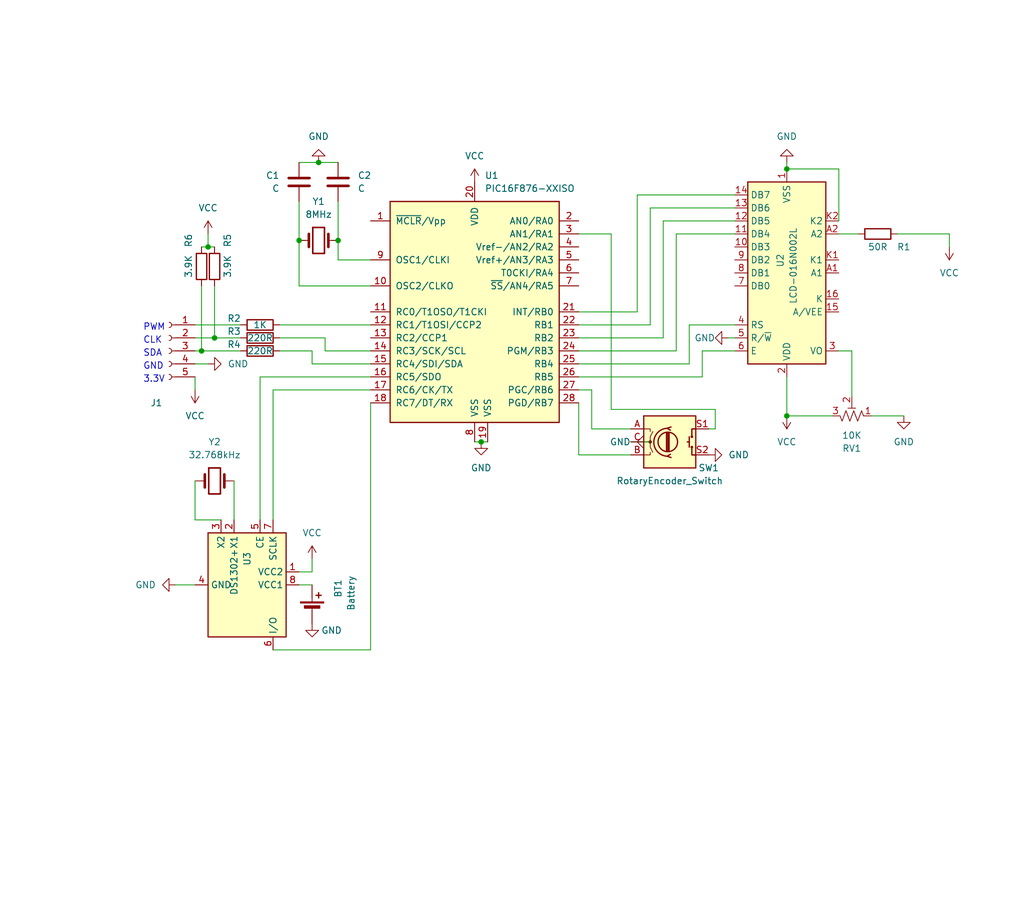
<source format=kicad_sch>
(kicad_sch (version 20230121) (generator eeschema)
  (paper "User" 200 180.01)
  (title_block (title "PIC16F876 QN8066 LCD16x2 ENCODER DS1302") (company "Ricardo Lima Caratti"))
  (lib_symbols
    (symbol "Connector:Conn_01x05_Socket" (pin_names (offset 1.016) hide)
      (property "Reference" "J" (at 0 7.62 0))
      (property "Value" "Conn_01x05_Socket" (at 0 -7.62 0))
      (symbol "Conn_01x05_Socket_1_1"
        (arc (start 0 -4.572) (mid -0.5058 -5.08) (end 0 -5.588) (stroke (width 0.1524)))
        (arc (start 0 -2.032) (mid -0.5058 -2.54) (end 0 -3.048) (stroke (width 0.1524)))
        (polyline (pts (xy -1.27 -5.08) (xy -0.508 -5.08)) (stroke (width 0.1524)))
        (polyline (pts (xy -1.27 -2.54) (xy -0.508 -2.54)) (stroke (width 0.1524)))
        (polyline (pts (xy -1.27 0) (xy -0.508 0)) (stroke (width 0.1524)))
        (polyline (pts (xy -1.27 2.54) (xy -0.508 2.54)) (stroke (width 0.1524)))
        (polyline (pts (xy -1.27 5.08) (xy -0.508 5.08)) (stroke (width 0.1524)))
        (arc (start 0 0.508) (mid -0.5058 0) (end 0 -0.508) (stroke (width 0.1524)))
        (arc (start 0 3.048) (mid -0.5058 2.54) (end 0 2.032) (stroke (width 0.1524)))
        (arc (start 0 5.588) (mid -0.5058 5.08) (end 0 4.572) (stroke (width 0.1524)))
        (pin passive line (at -5.08 5.08 0) (length 3.81) (name "Pin_1") (number "1"))
        (pin passive line (at -5.08 2.54 0) (length 3.81) (name "Pin_2") (number "2"))
        (pin passive line (at -5.08 0 0) (length 3.81) (name "Pin_3") (number "3"))
        (pin passive line (at -5.08 -2.54 0) (length 3.81) (name "Pin_4") (number "4"))
        (pin passive line (at -5.08 -5.08 0) (length 3.81) (name "Pin_5") (number "5"))
      )
    )
    (symbol "Device:Battery_Cell" (pin_numbers hide) (pin_names (offset 0) hide)
      (property "Reference" "BT" (at 2.54 2.54 0))
      (property "Value" "Battery_Cell" (at 2.54 0 0))
      (symbol "Battery_Cell_0_1"
        (rectangle (start -2.286 1.778) (end 2.286 1.524) (fill (type outline)))
        (rectangle (start -1.524 1.016) (end 1.524 0.508) (fill (type outline)))
        (polyline (pts (xy 0 0.762) (xy 0 0)))
        (polyline (pts (xy 0 1.778) (xy 0 2.54)))
        (polyline (pts (xy 0.762 3.048) (xy 1.778 3.048)) (stroke (width 0.254)))
        (polyline (pts (xy 1.27 3.556) (xy 1.27 2.54)) (stroke (width 0.254)))
      )
      (symbol "Battery_Cell_1_1"
        (pin passive line (at 0 5.08 270) (length 2.54) (name "+") (number "1"))
        (pin passive line (at 0 -2.54 90) (length 2.54) (name "-") (number "2"))
      )
    )
    (symbol "Device:C" (pin_numbers hide) (pin_names (offset 0.254))
      (property "Reference" "C" (at 0.635 2.54 0))
      (property "Value" "C" (at 0.635 -2.54 0))
      (symbol "C_0_1"
        (polyline (pts (xy -2.032 -0.762) (xy 2.032 -0.762)) (stroke (width 0.508)))
        (polyline (pts (xy -2.032 0.762) (xy 2.032 0.762)) (stroke (width 0.508)))
      )
      (symbol "C_1_1"
        (pin passive line (at 0 3.81 270) (length 2.794) (name "~") (number "1"))
        (pin passive line (at 0 -3.81 90) (length 2.794) (name "~") (number "2"))
      )
    )
    (symbol "Device:Crystal" (pin_numbers hide) (pin_names (offset 1.016) hide)
      (property "Reference" "Y" (at 0 3.81 0))
      (property "Value" "Crystal" (at 0 -3.81 0))
      (symbol "Crystal_0_1"
        (rectangle (start -1.143 2.54) (end 1.143 -2.54) (stroke (width 0.3048)))
        (polyline (pts (xy -2.54 0) (xy -1.905 0)))
        (polyline (pts (xy -1.905 -1.27) (xy -1.905 1.27)) (stroke (width 0.508)))
        (polyline (pts (xy 1.905 -1.27) (xy 1.905 1.27)) (stroke (width 0.508)))
        (polyline (pts (xy 2.54 0) (xy 1.905 0)))
      )
      (symbol "Crystal_1_1"
        (pin passive line (at -3.81 0 0) (length 1.27) (name "1") (number "1"))
        (pin passive line (at 3.81 0 180) (length 1.27) (name "2") (number "2"))
      )
    )
    (symbol "Device:R" (pin_numbers hide) (pin_names (offset 0))
      (property "Reference" "R" (at 2.032 0 90))
      (property "Value" "R" (at 0 0 90))
      (symbol "R_0_1"
        (rectangle (start -1.016 -2.54) (end 1.016 2.54) (stroke (width 0.254)))
      )
      (symbol "R_1_1"
        (pin passive line (at 0 3.81 270) (length 1.27) (name "~") (number "1"))
        (pin passive line (at 0 -3.81 90) (length 1.27) (name "~") (number "2"))
      )
    )
    (symbol "Device:R_Potentiometer_Trim_US" (pin_names (offset 1.016) hide)
      (property "Reference" "RV" (at -4.445 0 90))
      (property "Value" "R_Potentiometer_Trim_US" (at -2.54 0 90))
      (symbol "R_Potentiometer_Trim_US_0_1"
        (polyline (pts (xy 0 -2.286) (xy 0 -2.54)))
        (polyline (pts (xy 0 2.286) (xy 0 2.54)))
        (polyline (pts (xy 1.524 0.762) (xy 1.524 -0.762)))
        (polyline (pts (xy 2.54 0) (xy 1.524 0)))
        (polyline (pts (xy 0 -0.762) (xy 1.016 -1.143) (xy 0 -1.524) (xy -1.016 -1.905) (xy 0 -2.286)))
        (polyline (pts (xy 0 0.762) (xy 1.016 0.381) (xy 0 0) (xy -1.016 -0.381) (xy 0 -0.762)))
        (polyline (pts (xy 0 2.286) (xy 1.016 1.905) (xy 0 1.524) (xy -1.016 1.143) (xy 0 0.762)))
      )
      (symbol "R_Potentiometer_Trim_US_1_1"
        (pin passive line (at 0 3.81 270) (length 1.27) (name "1") (number "1"))
        (pin passive line (at 3.81 0 180) (length 1.27) (name "2") (number "2"))
        (pin passive line (at 0 -3.81 90) (length 1.27) (name "3") (number "3"))
      )
    )
    (symbol "Device:RotaryEncoder_Switch" (pin_names (offset 0.254) hide)
      (property "Reference" "SW" (at 0 6.604 0))
      (property "Value" "RotaryEncoder_Switch" (at 0 -6.604 0))
      (symbol "RotaryEncoder_Switch_0_1"
        (rectangle (start -5.08 5.08) (end 5.08 -5.08) (stroke (width 0.254)) (fill (type background)))
        (circle (center -3.81 0) (radius 0.254) (fill (type outline)))
        (circle (center -0.381 0) (radius 1.905) (stroke (width 0.254)))
        (arc (start -0.381 2.667) (mid -3.0988 -0.0635) (end -0.381 -2.794) (stroke (width 0.254)))
        (polyline (pts (xy -0.635 -1.778) (xy -0.635 1.778)) (stroke (width 0.254)))
        (polyline (pts (xy -0.381 -1.778) (xy -0.381 1.778)) (stroke (width 0.254)))
        (polyline (pts (xy -0.127 1.778) (xy -0.127 -1.778)) (stroke (width 0.254)))
        (polyline (pts (xy 3.81 0) (xy 3.429 0)) (stroke (width 0.254)))
        (polyline (pts (xy 3.81 1.016) (xy 3.81 -1.016)) (stroke (width 0.254)))
        (polyline (pts (xy -5.08 -2.54) (xy -3.81 -2.54) (xy -3.81 -2.032)))
        (polyline (pts (xy -5.08 2.54) (xy -3.81 2.54) (xy -3.81 2.032)))
        (polyline (pts (xy 0.254 -3.048) (xy -0.508 -2.794) (xy 0.127 -2.413)) (stroke (width 0.254)))
        (polyline (pts (xy 0.254 2.921) (xy -0.508 2.667) (xy 0.127 2.286)) (stroke (width 0.254)))
        (polyline (pts (xy 5.08 -2.54) (xy 4.318 -2.54) (xy 4.318 -1.016)) (stroke (width 0.254)))
        (polyline (pts (xy 5.08 2.54) (xy 4.318 2.54) (xy 4.318 1.016)) (stroke (width 0.254)))
        (polyline (pts (xy -5.08 0) (xy -3.81 0) (xy -3.81 -1.016) (xy -3.302 -2.032)))
        (polyline (pts (xy -4.318 0) (xy -3.81 0) (xy -3.81 1.016) (xy -3.302 2.032)))
        (circle (center 4.318 -1.016) (radius 0.127) (stroke (width 0.254)))
        (circle (center 4.318 1.016) (radius 0.127) (stroke (width 0.254)))
      )
      (symbol "RotaryEncoder_Switch_1_1"
        (pin passive line (at -7.62 2.54 0) (length 2.54) (name "A") (number "A"))
        (pin passive line (at -7.62 -2.54 0) (length 2.54) (name "B") (number "B"))
        (pin passive line (at -7.62 0 0) (length 2.54) (name "C") (number "C"))
        (pin passive line (at 7.62 2.54 180) (length 2.54) (name "S1") (number "S1"))
        (pin passive line (at 7.62 -2.54 180) (length 2.54) (name "S2") (number "S2"))
      )
    )
    (symbol "Display_Character:LCD-016N002L"
      (property "Reference" "U" (at -6.35 18.796 0))
      (property "Value" "LCD-016N002L" (at 8.636 18.796 0))
      (symbol "LCD-016N002L_1_1"
        (rectangle (start -7.62 17.78) (end 7.62 -17.78) (stroke (width 0.254)) (fill (type background)))
        (pin power_in line (at 0 -20.32 90) (length 2.54) (name "VSS") (number "1"))
        (pin bidirectional line (at -10.16 -5.08 0) (length 2.54) (name "DB3") (number "10"))
        (pin bidirectional line (at -10.16 -7.62 0) (length 2.54) (name "DB4") (number "11"))
        (pin bidirectional line (at -10.16 -10.16 0) (length 2.54) (name "DB5") (number "12"))
        (pin bidirectional line (at -10.16 -12.7 0) (length 2.54) (name "DB6") (number "13"))
        (pin bidirectional line (at -10.16 -15.24 0) (length 2.54) (name "DB7") (number "14"))
        (pin power_in line (at 10.16 7.62 180) (length 2.54) (name "A/VEE") (number "15"))
        (pin power_in line (at 10.16 5.08 180) (length 2.54) (name "K") (number "16"))
        (pin power_in line (at 0 20.32 270) (length 2.54) (name "VDD") (number "2"))
        (pin input line (at 10.16 15.24 180) (length 2.54) (name "VO") (number "3"))
        (pin input line (at -10.16 10.16 0) (length 2.54) (name "RS") (number "4"))
        (pin input line (at -10.16 12.7 0) (length 2.54) (name "R/~{W}") (number "5"))
        (pin input line (at -10.16 15.24 0) (length 2.54) (name "E") (number "6"))
        (pin bidirectional line (at -10.16 2.54 0) (length 2.54) (name "DB0") (number "7"))
        (pin bidirectional line (at -10.16 0 0) (length 2.54) (name "DB1") (number "8"))
        (pin bidirectional line (at -10.16 -2.54 0) (length 2.54) (name "DB2") (number "9"))
        (pin power_in line (at 10.16 0 180) (length 2.54) (name "A1") (number "A1"))
        (pin power_in line (at 10.16 -7.62 180) (length 2.54) (name "A2") (number "A2"))
        (pin power_in line (at 10.16 -2.54 180) (length 2.54) (name "K1") (number "K1"))
        (pin power_in line (at 10.16 -10.16 180) (length 2.54) (name "K2") (number "K2"))
      )
    )
    (symbol "MCU_Microchip_PIC16:PIC16F876-XXISO" (pin_names (offset 1.016))
      (property "Reference" "U" (at 2.54 25.4 0))
      (property "Value" "PIC16F876-XXISO" (at 2.54 22.86 0))
      (symbol "PIC16F876-XXISO_0_1"
        (rectangle (start -16.51 21.59) (end 16.51 -21.59) (stroke (width 0.254)) (fill (type background)))
      )
      (symbol "PIC16F876-XXISO_1_1"
        (pin input line (at -20.32 17.78 0) (length 3.81) (name "~{MCLR}/Vpp") (number "1"))
        (pin output line (at -20.32 5.08 0) (length 3.81) (name "OSC2/CLKO") (number "10"))
        (pin bidirectional line (at -20.32 0 0) (length 3.81) (name "RC0/T1OSO/T1CKI") (number "11"))
        (pin bidirectional line (at -20.32 -2.54 0) (length 3.81) (name "RC1/T1OSI/CCP2") (number "12"))
        (pin bidirectional line (at -20.32 -5.08 0) (length 3.81) (name "RC2/CCP1") (number "13"))
        (pin bidirectional line (at -20.32 -7.62 0) (length 3.81) (name "RC3/SCK/SCL") (number "14"))
        (pin bidirectional line (at -20.32 -10.16 0) (length 3.81) (name "RC4/SDI/SDA") (number "15"))
        (pin bidirectional line (at -20.32 -12.7 0) (length 3.81) (name "RC5/SDO") (number "16"))
        (pin bidirectional line (at -20.32 -15.24 0) (length 3.81) (name "RC6/CK/TX") (number "17"))
        (pin bidirectional line (at -20.32 -17.78 0) (length 3.81) (name "RC7/DT/RX") (number "18"))
        (pin power_in line (at 2.54 -25.4 90) (length 3.81) (name "VSS") (number "19"))
        (pin bidirectional line (at 20.32 17.78 180) (length 3.81) (name "AN0/RA0") (number "2"))
        (pin power_in line (at 0 25.4 270) (length 3.81) (name "VDD") (number "20"))
        (pin bidirectional line (at 20.32 0 180) (length 3.81) (name "INT/RB0") (number "21"))
        (pin bidirectional line (at 20.32 -2.54 180) (length 3.81) (name "RB1") (number "22"))
        (pin bidirectional line (at 20.32 -5.08 180) (length 3.81) (name "RB2") (number "23"))
        (pin bidirectional line (at 20.32 -7.62 180) (length 3.81) (name "PGM/RB3") (number "24"))
        (pin bidirectional line (at 20.32 -10.16 180) (length 3.81) (name "RB4") (number "25"))
        (pin bidirectional line (at 20.32 -12.7 180) (length 3.81) (name "RB5") (number "26"))
        (pin bidirectional line (at 20.32 -15.24 180) (length 3.81) (name "PGC/RB6") (number "27"))
        (pin bidirectional line (at 20.32 -17.78 180) (length 3.81) (name "PGD/RB7") (number "28"))
        (pin bidirectional line (at 20.32 15.24 180) (length 3.81) (name "AN1/RA1") (number "3"))
        (pin bidirectional line (at 20.32 12.7 180) (length 3.81) (name "Vref-/AN2/RA2") (number "4"))
        (pin bidirectional line (at 20.32 10.16 180) (length 3.81) (name "Vref+/AN3/RA3") (number "5"))
        (pin bidirectional line (at 20.32 7.62 180) (length 3.81) (name "T0CKI/RA4") (number "6"))
        (pin bidirectional line (at 20.32 5.08 180) (length 3.81) (name "~{SS}/AN4/RA5") (number "7"))
        (pin power_in line (at 0 -25.4 90) (length 3.81) (name "VSS") (number "8"))
        (pin input line (at -20.32 10.16 0) (length 3.81) (name "OSC1/CLKI") (number "9"))
      )
    )
    (symbol "Timer_RTC:DS1302+"
      (property "Reference" "U" (at -8.89 8.89 0))
      (property "Value" "DS1302+" (at 6.35 8.89 0))
      (symbol "DS1302+_1_1"
        (rectangle (start -10.16 7.62) (end 10.16 -7.62) (stroke (width 0.254)) (fill (type background)))
        (pin power_in line (at -2.54 10.16 270) (length 2.54) (name "VCC2") (number "1"))
        (pin input line (at -12.7 -2.54 0) (length 2.54) (name "X1") (number "2"))
        (pin input line (at -12.7 -5.08 0) (length 2.54) (name "X2") (number "3"))
        (pin power_in line (at 0 -10.16 90) (length 2.54) (name "GND") (number "4"))
        (pin input line (at -12.7 2.54 0) (length 2.54) (name "CE") (number "5"))
        (pin bidirectional line (at 12.7 5.08 180) (length 2.54) (name "I/O") (number "6"))
        (pin input line (at -12.7 5.08 0) (length 2.54) (name "SCLK") (number "7"))
        (pin power_in line (at 0 10.16 270) (length 2.54) (name "VCC1") (number "8"))
      )
    )
    (symbol "power:GND" (power) (pin_names (offset 0))
      (property "Value" "GND" (at 0 -3.81 0))
      (symbol "GND_0_1"
        (polyline (pts (xy 0 0) (xy 0 -1.27) (xy 1.27 -1.27) (xy 0 -2.54) (xy -1.27 -1.27) (xy 0 -1.27)))
      )
      (symbol "GND_1_1"
        (pin power_in line (at 0 0 270) (length 0) hide (name "GND") (number "1"))
      )
    )
    (symbol "power:VCC" (power) (pin_names (offset 0))
      (property "Value" "VCC" (at 0 3.81 0))
      (symbol "VCC_0_1"
        (polyline (pts (xy -0.762 1.27) (xy 0 2.54)))
        (polyline (pts (xy 0 0) (xy 0 2.54)))
        (polyline (pts (xy 0 2.54) (xy 0.762 1.27)))
      )
      (symbol "VCC_1_1"
        (pin power_in line (at 0 0 90) (length 0) hide (name "VCC") (number "1"))
      )
    )
  )
  (junction (at 39.37 68.58))
  (junction (at 41.91 66.04))
  (junction (at 62.23 31.75))
  (junction (at 153.67 33.02))
  (junction (at 66.04 46.99))
  (junction (at 58.42 46.99))
  (junction (at 93.98 86.36))
  (junction (at 153.67 81.28))
  (junction (at 40.64 48.26))
  (wire (pts (xy 113.03 73.66) (xy 137.16 73.66)))
  (wire (pts (xy 60.96 111.76) (xy 60.96 109.22)))
  (wire (pts (xy 119.38 80.01) (xy 119.38 45.72)))
  (wire (pts (xy 113.03 68.58) (xy 132.08 68.58)))
  (wire (pts (xy 113.03 60.96) (xy 124.46 60.96)))
  (wire (pts (xy 93.98 86.36) (xy 95.25 86.36)))
  (wire (pts (xy 153.67 81.28) (xy 162.56 81.28)))
  (wire (pts (xy 38.1 68.58) (xy 39.37 68.58)))
  (wire (pts (xy 40.64 45.72) (xy 40.64 48.26)))
  (wire (pts (xy 66.04 50.8) (xy 72.39 50.8)))
  (wire (pts (xy 115.57 76.2) (xy 113.03 76.2)))
  (wire (pts (xy 54.61 68.58) (xy 60.96 68.58)))
  (wire (pts (xy 119.38 45.72) (xy 113.03 45.72)))
  (wire (pts (xy 53.34 127) (xy 72.39 127)))
  (wire (pts (xy 153.67 81.28) (xy 153.67 73.66)))
  (wire (pts (xy 66.04 39.37) (xy 66.04 46.99)))
  (wire (pts (xy 143.51 63.5) (xy 134.62 63.5)))
  (wire (pts (xy 63.5 66.04) (xy 63.5 68.58)))
  (wire (pts (xy 41.91 55.88) (xy 41.91 66.04)))
  (wire (pts (xy 63.5 68.58) (xy 72.39 68.58)))
  (wire (pts (xy 62.23 31.75) (xy 66.04 31.75)))
  (wire (pts (xy 139.7 83.82) (xy 138.43 83.82)))
  (wire (pts (xy 54.61 66.04) (xy 63.5 66.04)))
  (wire (pts (xy 163.83 45.72) (xy 167.64 45.72)))
  (wire (pts (xy 134.62 63.5) (xy 134.62 71.12)))
  (wire (pts (xy 58.42 111.76) (xy 60.96 111.76)))
  (wire (pts (xy 185.42 45.72) (xy 185.42 48.26)))
  (wire (pts (xy 38.1 66.04) (xy 41.91 66.04)))
  (wire (pts (xy 170.18 81.28) (xy 176.53 81.28)))
  (wire (pts (xy 72.39 127) (xy 72.39 78.74)))
  (wire (pts (xy 115.57 83.82) (xy 115.57 76.2)))
  (wire (pts (xy 123.19 86.36) (xy 127 86.36)))
  (wire (pts (xy 58.42 55.88) (xy 72.39 55.88)))
  (wire (pts (xy 53.34 101.6) (xy 53.34 76.2)))
  (wire (pts (xy 38.1 71.12) (xy 40.64 71.12)))
  (wire (pts (xy 127 40.64) (xy 143.51 40.64)))
  (wire (pts (xy 39.37 68.58) (xy 46.99 68.58)))
  (wire (pts (xy 123.19 88.9) (xy 113.03 88.9)))
  (wire (pts (xy 137.16 68.58) (xy 137.16 73.66)))
  (wire (pts (xy 129.54 66.04) (xy 129.54 43.18)))
  (wire (pts (xy 175.26 45.72) (xy 185.42 45.72)))
  (wire (pts (xy 166.37 68.58) (xy 166.37 77.47)))
  (wire (pts (xy 139.7 83.82) (xy 139.7 80.01)))
  (wire (pts (xy 139.7 80.01) (xy 119.38 80.01)))
  (wire (pts (xy 132.08 45.72) (xy 143.51 45.72)))
  (wire (pts (xy 113.03 71.12) (xy 134.62 71.12)))
  (wire (pts (xy 66.04 46.99) (xy 66.04 50.8)))
  (wire (pts (xy 39.37 48.26) (xy 40.64 48.26)))
  (wire (pts (xy 50.8 101.6) (xy 50.8 73.66)))
  (wire (pts (xy 45.72 93.98) (xy 45.72 101.6)))
  (wire (pts (xy 40.64 48.26) (xy 41.91 48.26)))
  (wire (pts (xy 143.51 68.58) (xy 137.16 68.58)))
  (wire (pts (xy 53.34 76.2) (xy 72.39 76.2)))
  (wire (pts (xy 113.03 66.04) (xy 129.54 66.04)))
  (wire (pts (xy 142.24 66.04) (xy 143.51 66.04)))
  (wire (pts (xy 58.42 39.37) (xy 58.42 46.99)))
  (wire (pts (xy 163.83 68.58) (xy 166.37 68.58)))
  (wire (pts (xy 38.1 93.98) (xy 38.1 101.6)))
  (wire (pts (xy 153.67 33.02) (xy 153.67 31.75)))
  (wire (pts (xy 38.1 101.6) (xy 43.18 101.6)))
  (wire (pts (xy 38.1 73.66) (xy 38.1 76.2)))
  (wire (pts (xy 124.46 60.96) (xy 124.46 38.1)))
  (wire (pts (xy 41.91 66.04) (xy 46.99 66.04)))
  (wire (pts (xy 34.29 114.3) (xy 38.1 114.3)))
  (wire (pts (xy 92.71 86.36) (xy 93.98 86.36)))
  (wire (pts (xy 132.08 68.58) (xy 132.08 45.72)))
  (wire (pts (xy 58.42 31.75) (xy 62.23 31.75)))
  (wire (pts (xy 60.96 68.58) (xy 60.96 71.12)))
  (wire (pts (xy 60.96 71.12) (xy 72.39 71.12)))
  (wire (pts (xy 113.03 63.5) (xy 127 63.5)))
  (wire (pts (xy 127 63.5) (xy 127 40.64)))
  (wire (pts (xy 113.03 88.9) (xy 113.03 78.74)))
  (wire (pts (xy 163.83 33.02) (xy 153.67 33.02)))
  (wire (pts (xy 123.19 83.82) (xy 115.57 83.82)))
  (wire (pts (xy 124.46 38.1) (xy 143.51 38.1)))
  (wire (pts (xy 58.42 46.99) (xy 58.42 55.88)))
  (wire (pts (xy 58.42 114.3) (xy 60.96 114.3)))
  (wire (pts (xy 38.1 63.5) (xy 46.99 63.5)))
  (wire (pts (xy 39.37 55.88) (xy 39.37 68.58)))
  (wire (pts (xy 50.8 73.66) (xy 72.39 73.66)))
  (wire (pts (xy 129.54 43.18) (xy 143.51 43.18)))
  (wire (pts (xy 163.83 43.18) (xy 163.83 33.02)))
  (wire (pts (xy 54.61 63.5) (xy 72.39 63.5)))
  (text "CLK" (at 27.94 67.31 0) (effects (font (size 1.27 1.27)) (justify left bottom)))
  (text "PWM" (at 27.94 64.77 0) (effects (font (size 1.27 1.27)) (justify left bottom)))
  (text "GND" (at 27.94 72.39 0) (effects (font (size 1.27 1.27)) (justify left bottom)))
  (text "3.3V" (at 27.94 74.93 0) (effects (font (size 1.27 1.27)) (justify left bottom)))
  (text "SDA" (at 27.94 69.85 0) (effects (font (size 1.27 1.27)) (justify left bottom)))
  (symbol (lib_id "Device:Crystal") (at 62.23 46.99 0) (unit 1)
    (property "Reference" "Y1" (at 62.23 39.37 0))
    (property "Value" "8MHz" (at 62.23 41.91 0))
  )
  (symbol (lib_id "power:VCC") (at 153.67 81.28 0) (mirror x) (unit 1)
    (property "Reference" "#PWR06" (effects hide))
    (property "Value" "VCC" (at 153.67 86.36 0))
  )
  (symbol (lib_id "Display_Character:LCD-016N002L") (at 153.67 53.34 0) (mirror x) (unit 1)
    (property "Reference" "U2" (at 152.4 49.53 90) (effects (justify left)))
    (property "Value" "LCD-016N002L" (at 154.94 44.45 90) (effects (justify left)))
    (property "Footprint" "Display:LCD-016N002L" (effects hide))
    (property "Datasheet" "http://www.vishay.com/docs/37299/37299.pdf" (effects hide))
  )
  (symbol (lib_id "power:VCC") (at 60.96 109.22 0) (mirror y) (unit 1)
    (property "Reference" "#PWR013" (effects hide))
    (property "Value" "VCC" (at 60.96 104.14 0))
  )
  (symbol (lib_id "Device:R") (at 50.8 68.58 270) (unit 1)
    (property "Reference" "R4" (at 45.72 67.31 90))
    (property "Value" "220R" (at 50.8 68.58 90))
  )
  (symbol (lib_id "power:GND") (at 34.29 114.3 270) (unit 1)
    (property "Reference" "#PWR015" (effects hide))
    (property "Value" "GND" (at 30.48 114.3 90) (effects (justify right)))
  )
  (symbol (lib_id "power:VCC") (at 92.71 35.56 0) (mirror y) (unit 1)
    (property "Reference" "#PWR08" (effects hide))
    (property "Value" "VCC" (at 92.71 30.48 0))
  )
  (symbol (lib_id "power:GND") (at 40.64 71.12 90) (unit 1)
    (property "Reference" "#PWR011" (effects hide))
    (property "Value" "GND" (at 44.45 71.12 90) (effects (justify right)))
  )
  (symbol (lib_id "power:GND") (at 153.67 31.75 0) (mirror x) (unit 1)
    (property "Reference" "#PWR03" (effects hide))
    (property "Value" "GND" (at 153.67 26.67 0))
  )
  (symbol (lib_id "Device:R") (at 171.45 45.72 270) (mirror x) (unit 1)
    (property "Reference" "R1" (at 176.53 48.26 90))
    (property "Value" "50R" (at 171.45 48.26 90))
  )
  (symbol (lib_id "power:VCC") (at 185.42 48.26 0) (mirror x) (unit 1)
    (property "Reference" "#PWR04" (effects hide))
    (property "Value" "VCC" (at 185.42 53.34 0))
  )
  (symbol (lib_id "Device:Battery_Cell") (at 60.96 119.38 0) (unit 1)
    (property "Reference" "BT1" (at 66.04 116.84 90) (effects (justify left)))
    (property "Value" "Battery" (at 68.58 119.38 90) (effects (justify left)))
  )
  (symbol (lib_id "Device:RotaryEncoder_Switch") (at 130.81 86.36 0) (unit 1)
    (property "Reference" "SW1" (at 138.43 91.44 0))
    (property "Value" "RotaryEncoder_Switch" (at 130.81 93.98 0))
  )
  (symbol (lib_id "power:GND") (at 93.98 86.36 0) (mirror y) (unit 1)
    (property "Reference" "#PWR09" (effects hide))
    (property "Value" "GND" (at 93.98 91.44 0))
  )
  (symbol (lib_id "Connector:Conn_01x05_Socket") (at 33.02 68.58 0) (mirror y) (unit 1)
    (property "Reference" "J1" (at 31.75 78.74 0) (effects (justify left)))
    (property "Value" "Conn_01x05_Socket" (effects hide))
  )
  (symbol (lib_id "Device:R") (at 39.37 52.07 0) (unit 1)
    (property "Reference" "R6" (at 36.83 46.99 90))
    (property "Value" "3.9K" (at 36.83 52.07 90))
  )
  (symbol (lib_id "Timer_RTC:DS1302+") (at 48.26 114.3 270) (unit 1)
    (property "Reference" "U3" (at 48.26 109.22 0))
    (property "Value" "DS1302+" (at 45.72 111.76 0))
    (property "Footprint" "Package_DIP:DIP-8_W7.62mm" (effects hide))
    (property "Datasheet" "https://datasheets.maximintegrated.com/en/ds/DS1302.pdf" (effects hide))
  )
  (symbol (lib_id "Device:R") (at 50.8 63.5 270) (unit 1)
    (property "Reference" "R2" (at 45.72 62.23 90))
    (property "Value" "1K" (at 50.8 63.5 90))
  )
  (symbol (lib_id "Device:Crystal") (at 41.91 93.98 0) (unit 1)
    (property "Reference" "Y2" (at 41.91 86.36 0))
    (property "Value" "32.768kHz" (at 41.91 88.9 0))
  )
  (symbol (lib_id "Device:C") (at 58.42 35.56 0) (mirror y) (unit 1)
    (property "Reference" "C1" (at 54.61 34.29 0) (effects (justify left)))
    (property "Value" "C" (at 54.61 36.83 0) (effects (justify left)))
  )
  (symbol (lib_id "Device:R_Potentiometer_Trim_US") (at 166.37 81.28 270) (mirror x) (unit 1)
    (property "Reference" "RV1" (at 166.37 87.63 90))
    (property "Value" "10K" (at 166.37 85.09 90))
  )
  (symbol (lib_id "Device:C") (at 66.04 35.56 0) (unit 1)
    (property "Reference" "C2" (at 69.85 34.29 0) (effects (justify left)))
    (property "Value" "C" (at 69.85 36.83 0) (effects (justify left)))
  )
  (symbol (lib_id "Device:R") (at 50.8 66.04 270) (unit 1)
    (property "Reference" "R3" (at 45.72 64.77 90))
    (property "Value" "220R" (at 50.8 66.04 90))
  )
  (symbol (lib_id "power:GND") (at 142.24 66.04 270) (unit 1)
    (property "Reference" "#PWR07" (effects hide))
    (property "Value" "GND" (at 139.7 66.04 90) (effects (justify right)))
  )
  (symbol (lib_id "power:GND") (at 127 86.36 270) (unit 1)
    (property "Reference" "#PWR01" (effects hide))
    (property "Value" "GND" (at 123.19 86.36 90) (effects (justify right)))
  )
  (symbol (lib_id "power:VCC") (at 38.1 76.2 180) (unit 1)
    (property "Reference" "#PWR012" (effects hide))
    (property "Value" "VCC" (at 38.1 81.28 0))
  )
  (symbol (lib_id "power:GND") (at 62.23 31.75 0) (mirror x) (unit 1)
    (property "Reference" "#PWR010" (effects hide))
    (property "Value" "GND" (at 62.23 26.67 0))
  )
  (symbol (lib_id "power:GND") (at 176.53 81.28 0) (mirror y) (unit 1)
    (property "Reference" "#PWR05" (effects hide))
    (property "Value" "GND" (at 176.53 86.36 0))
  )
  (symbol (lib_id "power:VCC") (at 40.64 45.72 0) (unit 1)
    (property "Reference" "#PWR016" (effects hide))
    (property "Value" "VCC" (at 40.64 40.64 0))
  )
  (symbol (lib_id "Device:R") (at 41.91 52.07 0) (mirror y) (unit 1)
    (property "Reference" "R5" (at 44.45 46.99 90))
    (property "Value" "3.9K" (at 44.45 52.07 90))
  )
  (symbol (lib_id "power:GND") (at 60.96 121.92 0) (mirror y) (unit 1)
    (property "Reference" "#PWR014" (effects hide))
    (property "Value" "GND" (at 64.77 123.19 0))
  )
  (symbol (lib_id "MCU_Microchip_PIC16:PIC16F876-XXISO") (at 92.71 60.96 0) (unit 1)
    (property "Reference" "U1" (at 94.6659 34.29 0) (effects (justify left)))
    (property "Value" "PIC16F876-XXISO" (at 94.6659 36.83 0) (effects (justify left)))
    (property "Datasheet" "http://ww1.microchip.com/downloads/en/DeviceDoc/30292C.pdf" (effects hide))
  )
  (symbol (lib_id "power:GND") (at 138.43 88.9 90) (unit 1)
    (property "Reference" "#PWR02" (effects hide))
    (property "Value" "GND" (at 142.24 88.9 90) (effects (justify right)))
  )
)
</source>
